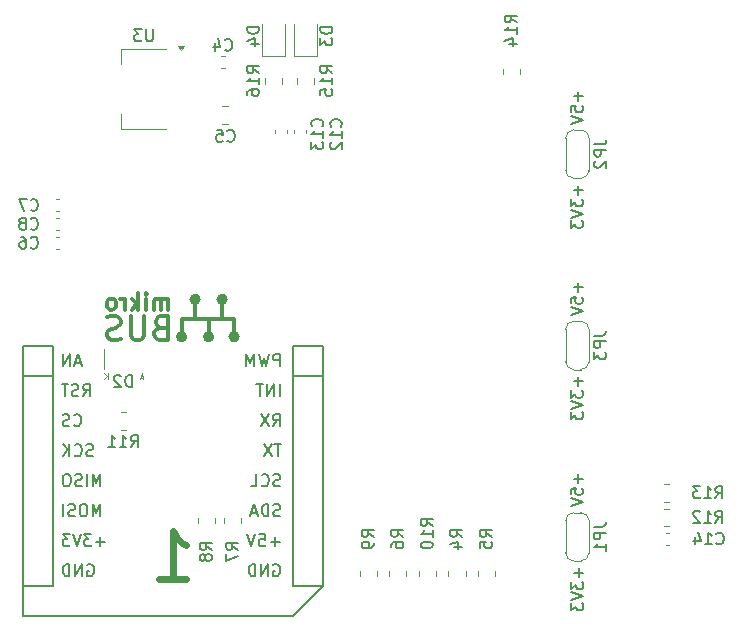
<source format=gbr>
%TF.GenerationSoftware,KiCad,Pcbnew,9.0.4*%
%TF.CreationDate,2025-09-01T15:43:59+02:00*%
%TF.ProjectId,Cours_Univ_2025_v1,436f7572-735f-4556-9e69-765f32303235,rev?*%
%TF.SameCoordinates,PX2faf080PY632ea00*%
%TF.FileFunction,Legend,Bot*%
%TF.FilePolarity,Positive*%
%FSLAX46Y46*%
G04 Gerber Fmt 4.6, Leading zero omitted, Abs format (unit mm)*
G04 Created by KiCad (PCBNEW 9.0.4) date 2025-09-01 15:43:59*
%MOMM*%
%LPD*%
G01*
G04 APERTURE LIST*
%ADD10C,0.200000*%
%ADD11C,0.125000*%
%ADD12C,0.300000*%
%ADD13C,0.600000*%
%ADD14C,0.120000*%
%ADD15C,0.304800*%
%ADD16C,0.508000*%
G04 APERTURE END LIST*
D10*
X11988094Y21797781D02*
X11988094Y22797781D01*
X11988094Y22797781D02*
X11749999Y22797781D01*
X11749999Y22797781D02*
X11607142Y22750162D01*
X11607142Y22750162D02*
X11511904Y22654924D01*
X11511904Y22654924D02*
X11464285Y22559686D01*
X11464285Y22559686D02*
X11416666Y22369210D01*
X11416666Y22369210D02*
X11416666Y22226353D01*
X11416666Y22226353D02*
X11464285Y22035877D01*
X11464285Y22035877D02*
X11511904Y21940639D01*
X11511904Y21940639D02*
X11607142Y21845400D01*
X11607142Y21845400D02*
X11749999Y21797781D01*
X11749999Y21797781D02*
X11988094Y21797781D01*
X11035713Y22702543D02*
X10988094Y22750162D01*
X10988094Y22750162D02*
X10892856Y22797781D01*
X10892856Y22797781D02*
X10654761Y22797781D01*
X10654761Y22797781D02*
X10559523Y22750162D01*
X10559523Y22750162D02*
X10511904Y22702543D01*
X10511904Y22702543D02*
X10464285Y22607305D01*
X10464285Y22607305D02*
X10464285Y22512067D01*
X10464285Y22512067D02*
X10511904Y22369210D01*
X10511904Y22369210D02*
X11083332Y21797781D01*
X11083332Y21797781D02*
X10464285Y21797781D01*
D11*
X12919046Y22568048D02*
X12680951Y22568048D01*
X12966665Y22425191D02*
X12799999Y22925191D01*
X12799999Y22925191D02*
X12633332Y22425191D01*
X9930952Y22425191D02*
X9930952Y22925191D01*
X9645238Y22425191D02*
X9859523Y22710905D01*
X9645238Y22925191D02*
X9930952Y22639477D01*
D10*
X51102219Y9933334D02*
X51816504Y9933334D01*
X51816504Y9933334D02*
X51959361Y9980953D01*
X51959361Y9980953D02*
X52054600Y10076191D01*
X52054600Y10076191D02*
X52102219Y10219048D01*
X52102219Y10219048D02*
X52102219Y10314286D01*
X52102219Y9457143D02*
X51102219Y9457143D01*
X51102219Y9457143D02*
X51102219Y9076191D01*
X51102219Y9076191D02*
X51149838Y8980953D01*
X51149838Y8980953D02*
X51197457Y8933334D01*
X51197457Y8933334D02*
X51292695Y8885715D01*
X51292695Y8885715D02*
X51435552Y8885715D01*
X51435552Y8885715D02*
X51530790Y8933334D01*
X51530790Y8933334D02*
X51578409Y8980953D01*
X51578409Y8980953D02*
X51626028Y9076191D01*
X51626028Y9076191D02*
X51626028Y9457143D01*
X52102219Y7933334D02*
X52102219Y8504762D01*
X52102219Y8219048D02*
X51102219Y8219048D01*
X51102219Y8219048D02*
X51245076Y8314286D01*
X51245076Y8314286D02*
X51340314Y8409524D01*
X51340314Y8409524D02*
X51387933Y8504762D01*
X49821266Y6430327D02*
X49821266Y5668422D01*
X50202219Y6049375D02*
X49440314Y6049375D01*
X49202219Y5287470D02*
X49202219Y4668423D01*
X49202219Y4668423D02*
X49583171Y5001756D01*
X49583171Y5001756D02*
X49583171Y4858899D01*
X49583171Y4858899D02*
X49630790Y4763661D01*
X49630790Y4763661D02*
X49678409Y4716042D01*
X49678409Y4716042D02*
X49773647Y4668423D01*
X49773647Y4668423D02*
X50011742Y4668423D01*
X50011742Y4668423D02*
X50106980Y4716042D01*
X50106980Y4716042D02*
X50154600Y4763661D01*
X50154600Y4763661D02*
X50202219Y4858899D01*
X50202219Y4858899D02*
X50202219Y5144613D01*
X50202219Y5144613D02*
X50154600Y5239851D01*
X50154600Y5239851D02*
X50106980Y5287470D01*
X49202219Y4382708D02*
X50202219Y4049375D01*
X50202219Y4049375D02*
X49202219Y3716042D01*
X49202219Y3477946D02*
X49202219Y2858899D01*
X49202219Y2858899D02*
X49583171Y3192232D01*
X49583171Y3192232D02*
X49583171Y3049375D01*
X49583171Y3049375D02*
X49630790Y2954137D01*
X49630790Y2954137D02*
X49678409Y2906518D01*
X49678409Y2906518D02*
X49773647Y2858899D01*
X49773647Y2858899D02*
X50011742Y2858899D01*
X50011742Y2858899D02*
X50106980Y2906518D01*
X50106980Y2906518D02*
X50154600Y2954137D01*
X50154600Y2954137D02*
X50202219Y3049375D01*
X50202219Y3049375D02*
X50202219Y3335089D01*
X50202219Y3335089D02*
X50154600Y3430327D01*
X50154600Y3430327D02*
X50106980Y3477946D01*
X49771266Y14391102D02*
X49771266Y13629197D01*
X50152219Y14010150D02*
X49390314Y14010150D01*
X49152219Y12676817D02*
X49152219Y13153007D01*
X49152219Y13153007D02*
X49628409Y13200626D01*
X49628409Y13200626D02*
X49580790Y13153007D01*
X49580790Y13153007D02*
X49533171Y13057769D01*
X49533171Y13057769D02*
X49533171Y12819674D01*
X49533171Y12819674D02*
X49580790Y12724436D01*
X49580790Y12724436D02*
X49628409Y12676817D01*
X49628409Y12676817D02*
X49723647Y12629198D01*
X49723647Y12629198D02*
X49961742Y12629198D01*
X49961742Y12629198D02*
X50056980Y12676817D01*
X50056980Y12676817D02*
X50104600Y12724436D01*
X50104600Y12724436D02*
X50152219Y12819674D01*
X50152219Y12819674D02*
X50152219Y13057769D01*
X50152219Y13057769D02*
X50104600Y13153007D01*
X50104600Y13153007D02*
X50056980Y13200626D01*
X49152219Y12343483D02*
X50152219Y12010150D01*
X50152219Y12010150D02*
X49152219Y11676817D01*
X51152219Y42333334D02*
X51866504Y42333334D01*
X51866504Y42333334D02*
X52009361Y42380953D01*
X52009361Y42380953D02*
X52104600Y42476191D01*
X52104600Y42476191D02*
X52152219Y42619048D01*
X52152219Y42619048D02*
X52152219Y42714286D01*
X52152219Y41857143D02*
X51152219Y41857143D01*
X51152219Y41857143D02*
X51152219Y41476191D01*
X51152219Y41476191D02*
X51199838Y41380953D01*
X51199838Y41380953D02*
X51247457Y41333334D01*
X51247457Y41333334D02*
X51342695Y41285715D01*
X51342695Y41285715D02*
X51485552Y41285715D01*
X51485552Y41285715D02*
X51580790Y41333334D01*
X51580790Y41333334D02*
X51628409Y41380953D01*
X51628409Y41380953D02*
X51676028Y41476191D01*
X51676028Y41476191D02*
X51676028Y41857143D01*
X51247457Y40904762D02*
X51199838Y40857143D01*
X51199838Y40857143D02*
X51152219Y40761905D01*
X51152219Y40761905D02*
X51152219Y40523810D01*
X51152219Y40523810D02*
X51199838Y40428572D01*
X51199838Y40428572D02*
X51247457Y40380953D01*
X51247457Y40380953D02*
X51342695Y40333334D01*
X51342695Y40333334D02*
X51437933Y40333334D01*
X51437933Y40333334D02*
X51580790Y40380953D01*
X51580790Y40380953D02*
X52152219Y40952381D01*
X52152219Y40952381D02*
X52152219Y40333334D01*
X49771266Y46791102D02*
X49771266Y46029197D01*
X50152219Y46410150D02*
X49390314Y46410150D01*
X49152219Y45076817D02*
X49152219Y45553007D01*
X49152219Y45553007D02*
X49628409Y45600626D01*
X49628409Y45600626D02*
X49580790Y45553007D01*
X49580790Y45553007D02*
X49533171Y45457769D01*
X49533171Y45457769D02*
X49533171Y45219674D01*
X49533171Y45219674D02*
X49580790Y45124436D01*
X49580790Y45124436D02*
X49628409Y45076817D01*
X49628409Y45076817D02*
X49723647Y45029198D01*
X49723647Y45029198D02*
X49961742Y45029198D01*
X49961742Y45029198D02*
X50056980Y45076817D01*
X50056980Y45076817D02*
X50104600Y45124436D01*
X50104600Y45124436D02*
X50152219Y45219674D01*
X50152219Y45219674D02*
X50152219Y45457769D01*
X50152219Y45457769D02*
X50104600Y45553007D01*
X50104600Y45553007D02*
X50056980Y45600626D01*
X49152219Y44743483D02*
X50152219Y44410150D01*
X50152219Y44410150D02*
X49152219Y44076817D01*
X49771266Y38830327D02*
X49771266Y38068422D01*
X50152219Y38449375D02*
X49390314Y38449375D01*
X49152219Y37687470D02*
X49152219Y37068423D01*
X49152219Y37068423D02*
X49533171Y37401756D01*
X49533171Y37401756D02*
X49533171Y37258899D01*
X49533171Y37258899D02*
X49580790Y37163661D01*
X49580790Y37163661D02*
X49628409Y37116042D01*
X49628409Y37116042D02*
X49723647Y37068423D01*
X49723647Y37068423D02*
X49961742Y37068423D01*
X49961742Y37068423D02*
X50056980Y37116042D01*
X50056980Y37116042D02*
X50104600Y37163661D01*
X50104600Y37163661D02*
X50152219Y37258899D01*
X50152219Y37258899D02*
X50152219Y37544613D01*
X50152219Y37544613D02*
X50104600Y37639851D01*
X50104600Y37639851D02*
X50056980Y37687470D01*
X49152219Y36782708D02*
X50152219Y36449375D01*
X50152219Y36449375D02*
X49152219Y36116042D01*
X49152219Y35877946D02*
X49152219Y35258899D01*
X49152219Y35258899D02*
X49533171Y35592232D01*
X49533171Y35592232D02*
X49533171Y35449375D01*
X49533171Y35449375D02*
X49580790Y35354137D01*
X49580790Y35354137D02*
X49628409Y35306518D01*
X49628409Y35306518D02*
X49723647Y35258899D01*
X49723647Y35258899D02*
X49961742Y35258899D01*
X49961742Y35258899D02*
X50056980Y35306518D01*
X50056980Y35306518D02*
X50104600Y35354137D01*
X50104600Y35354137D02*
X50152219Y35449375D01*
X50152219Y35449375D02*
X50152219Y35735089D01*
X50152219Y35735089D02*
X50104600Y35830327D01*
X50104600Y35830327D02*
X50056980Y35877946D01*
X51102219Y26133334D02*
X51816504Y26133334D01*
X51816504Y26133334D02*
X51959361Y26180953D01*
X51959361Y26180953D02*
X52054600Y26276191D01*
X52054600Y26276191D02*
X52102219Y26419048D01*
X52102219Y26419048D02*
X52102219Y26514286D01*
X52102219Y25657143D02*
X51102219Y25657143D01*
X51102219Y25657143D02*
X51102219Y25276191D01*
X51102219Y25276191D02*
X51149838Y25180953D01*
X51149838Y25180953D02*
X51197457Y25133334D01*
X51197457Y25133334D02*
X51292695Y25085715D01*
X51292695Y25085715D02*
X51435552Y25085715D01*
X51435552Y25085715D02*
X51530790Y25133334D01*
X51530790Y25133334D02*
X51578409Y25180953D01*
X51578409Y25180953D02*
X51626028Y25276191D01*
X51626028Y25276191D02*
X51626028Y25657143D01*
X51102219Y24752381D02*
X51102219Y24133334D01*
X51102219Y24133334D02*
X51483171Y24466667D01*
X51483171Y24466667D02*
X51483171Y24323810D01*
X51483171Y24323810D02*
X51530790Y24228572D01*
X51530790Y24228572D02*
X51578409Y24180953D01*
X51578409Y24180953D02*
X51673647Y24133334D01*
X51673647Y24133334D02*
X51911742Y24133334D01*
X51911742Y24133334D02*
X52006980Y24180953D01*
X52006980Y24180953D02*
X52054600Y24228572D01*
X52054600Y24228572D02*
X52102219Y24323810D01*
X52102219Y24323810D02*
X52102219Y24609524D01*
X52102219Y24609524D02*
X52054600Y24704762D01*
X52054600Y24704762D02*
X52006980Y24752381D01*
X49771266Y30591102D02*
X49771266Y29829197D01*
X50152219Y30210150D02*
X49390314Y30210150D01*
X49152219Y28876817D02*
X49152219Y29353007D01*
X49152219Y29353007D02*
X49628409Y29400626D01*
X49628409Y29400626D02*
X49580790Y29353007D01*
X49580790Y29353007D02*
X49533171Y29257769D01*
X49533171Y29257769D02*
X49533171Y29019674D01*
X49533171Y29019674D02*
X49580790Y28924436D01*
X49580790Y28924436D02*
X49628409Y28876817D01*
X49628409Y28876817D02*
X49723647Y28829198D01*
X49723647Y28829198D02*
X49961742Y28829198D01*
X49961742Y28829198D02*
X50056980Y28876817D01*
X50056980Y28876817D02*
X50104600Y28924436D01*
X50104600Y28924436D02*
X50152219Y29019674D01*
X50152219Y29019674D02*
X50152219Y29257769D01*
X50152219Y29257769D02*
X50104600Y29353007D01*
X50104600Y29353007D02*
X50056980Y29400626D01*
X49152219Y28543483D02*
X50152219Y28210150D01*
X50152219Y28210150D02*
X49152219Y27876817D01*
X49771266Y22630327D02*
X49771266Y21868422D01*
X50152219Y22249375D02*
X49390314Y22249375D01*
X49152219Y21487470D02*
X49152219Y20868423D01*
X49152219Y20868423D02*
X49533171Y21201756D01*
X49533171Y21201756D02*
X49533171Y21058899D01*
X49533171Y21058899D02*
X49580790Y20963661D01*
X49580790Y20963661D02*
X49628409Y20916042D01*
X49628409Y20916042D02*
X49723647Y20868423D01*
X49723647Y20868423D02*
X49961742Y20868423D01*
X49961742Y20868423D02*
X50056980Y20916042D01*
X50056980Y20916042D02*
X50104600Y20963661D01*
X50104600Y20963661D02*
X50152219Y21058899D01*
X50152219Y21058899D02*
X50152219Y21344613D01*
X50152219Y21344613D02*
X50104600Y21439851D01*
X50104600Y21439851D02*
X50056980Y21487470D01*
X49152219Y20582708D02*
X50152219Y20249375D01*
X50152219Y20249375D02*
X49152219Y19916042D01*
X49152219Y19677946D02*
X49152219Y19058899D01*
X49152219Y19058899D02*
X49533171Y19392232D01*
X49533171Y19392232D02*
X49533171Y19249375D01*
X49533171Y19249375D02*
X49580790Y19154137D01*
X49580790Y19154137D02*
X49628409Y19106518D01*
X49628409Y19106518D02*
X49723647Y19058899D01*
X49723647Y19058899D02*
X49961742Y19058899D01*
X49961742Y19058899D02*
X50056980Y19106518D01*
X50056980Y19106518D02*
X50104600Y19154137D01*
X50104600Y19154137D02*
X50152219Y19249375D01*
X50152219Y19249375D02*
X50152219Y19535089D01*
X50152219Y19535089D02*
X50104600Y19630327D01*
X50104600Y19630327D02*
X50056980Y19677946D01*
X7084435Y18563020D02*
X7132054Y18515400D01*
X7132054Y18515400D02*
X7274911Y18467781D01*
X7274911Y18467781D02*
X7370149Y18467781D01*
X7370149Y18467781D02*
X7513006Y18515400D01*
X7513006Y18515400D02*
X7608244Y18610639D01*
X7608244Y18610639D02*
X7655863Y18705877D01*
X7655863Y18705877D02*
X7703482Y18896353D01*
X7703482Y18896353D02*
X7703482Y19039210D01*
X7703482Y19039210D02*
X7655863Y19229686D01*
X7655863Y19229686D02*
X7608244Y19324924D01*
X7608244Y19324924D02*
X7513006Y19420162D01*
X7513006Y19420162D02*
X7370149Y19467781D01*
X7370149Y19467781D02*
X7274911Y19467781D01*
X7274911Y19467781D02*
X7132054Y19420162D01*
X7132054Y19420162D02*
X7084435Y19372543D01*
X6703482Y18515400D02*
X6560625Y18467781D01*
X6560625Y18467781D02*
X6322530Y18467781D01*
X6322530Y18467781D02*
X6227292Y18515400D01*
X6227292Y18515400D02*
X6179673Y18563020D01*
X6179673Y18563020D02*
X6132054Y18658258D01*
X6132054Y18658258D02*
X6132054Y18753496D01*
X6132054Y18753496D02*
X6179673Y18848734D01*
X6179673Y18848734D02*
X6227292Y18896353D01*
X6227292Y18896353D02*
X6322530Y18943972D01*
X6322530Y18943972D02*
X6513006Y18991591D01*
X6513006Y18991591D02*
X6608244Y19039210D01*
X6608244Y19039210D02*
X6655863Y19086829D01*
X6655863Y19086829D02*
X6703482Y19182067D01*
X6703482Y19182067D02*
X6703482Y19277305D01*
X6703482Y19277305D02*
X6655863Y19372543D01*
X6655863Y19372543D02*
X6608244Y19420162D01*
X6608244Y19420162D02*
X6513006Y19467781D01*
X6513006Y19467781D02*
X6274911Y19467781D01*
X6274911Y19467781D02*
X6132054Y19420162D01*
X24533945Y10895400D02*
X24391088Y10847781D01*
X24391088Y10847781D02*
X24152993Y10847781D01*
X24152993Y10847781D02*
X24057755Y10895400D01*
X24057755Y10895400D02*
X24010136Y10943020D01*
X24010136Y10943020D02*
X23962517Y11038258D01*
X23962517Y11038258D02*
X23962517Y11133496D01*
X23962517Y11133496D02*
X24010136Y11228734D01*
X24010136Y11228734D02*
X24057755Y11276353D01*
X24057755Y11276353D02*
X24152993Y11323972D01*
X24152993Y11323972D02*
X24343469Y11371591D01*
X24343469Y11371591D02*
X24438707Y11419210D01*
X24438707Y11419210D02*
X24486326Y11466829D01*
X24486326Y11466829D02*
X24533945Y11562067D01*
X24533945Y11562067D02*
X24533945Y11657305D01*
X24533945Y11657305D02*
X24486326Y11752543D01*
X24486326Y11752543D02*
X24438707Y11800162D01*
X24438707Y11800162D02*
X24343469Y11847781D01*
X24343469Y11847781D02*
X24105374Y11847781D01*
X24105374Y11847781D02*
X23962517Y11800162D01*
X23533945Y10847781D02*
X23533945Y11847781D01*
X23533945Y11847781D02*
X23295850Y11847781D01*
X23295850Y11847781D02*
X23152993Y11800162D01*
X23152993Y11800162D02*
X23057755Y11704924D01*
X23057755Y11704924D02*
X23010136Y11609686D01*
X23010136Y11609686D02*
X22962517Y11419210D01*
X22962517Y11419210D02*
X22962517Y11276353D01*
X22962517Y11276353D02*
X23010136Y11085877D01*
X23010136Y11085877D02*
X23057755Y10990639D01*
X23057755Y10990639D02*
X23152993Y10895400D01*
X23152993Y10895400D02*
X23295850Y10847781D01*
X23295850Y10847781D02*
X23533945Y10847781D01*
X22581564Y11133496D02*
X22105374Y11133496D01*
X22676802Y10847781D02*
X22343469Y11847781D01*
X22343469Y11847781D02*
X22010136Y10847781D01*
X24486326Y21007781D02*
X24486326Y22007781D01*
X24010136Y21007781D02*
X24010136Y22007781D01*
X24010136Y22007781D02*
X23438708Y21007781D01*
X23438708Y21007781D02*
X23438708Y22007781D01*
X23105374Y22007781D02*
X22533946Y22007781D01*
X22819660Y21007781D02*
X22819660Y22007781D01*
X9703482Y8688734D02*
X8941578Y8688734D01*
X9322530Y8307781D02*
X9322530Y9069686D01*
X8560625Y9307781D02*
X7941578Y9307781D01*
X7941578Y9307781D02*
X8274911Y8926829D01*
X8274911Y8926829D02*
X8132054Y8926829D01*
X8132054Y8926829D02*
X8036816Y8879210D01*
X8036816Y8879210D02*
X7989197Y8831591D01*
X7989197Y8831591D02*
X7941578Y8736353D01*
X7941578Y8736353D02*
X7941578Y8498258D01*
X7941578Y8498258D02*
X7989197Y8403020D01*
X7989197Y8403020D02*
X8036816Y8355400D01*
X8036816Y8355400D02*
X8132054Y8307781D01*
X8132054Y8307781D02*
X8417768Y8307781D01*
X8417768Y8307781D02*
X8513006Y8355400D01*
X8513006Y8355400D02*
X8560625Y8403020D01*
X7655863Y9307781D02*
X7322530Y8307781D01*
X7322530Y8307781D02*
X6989197Y9307781D01*
X6751101Y9307781D02*
X6132054Y9307781D01*
X6132054Y9307781D02*
X6465387Y8926829D01*
X6465387Y8926829D02*
X6322530Y8926829D01*
X6322530Y8926829D02*
X6227292Y8879210D01*
X6227292Y8879210D02*
X6179673Y8831591D01*
X6179673Y8831591D02*
X6132054Y8736353D01*
X6132054Y8736353D02*
X6132054Y8498258D01*
X6132054Y8498258D02*
X6179673Y8403020D01*
X6179673Y8403020D02*
X6227292Y8355400D01*
X6227292Y8355400D02*
X6322530Y8307781D01*
X6322530Y8307781D02*
X6608244Y8307781D01*
X6608244Y8307781D02*
X6703482Y8355400D01*
X6703482Y8355400D02*
X6751101Y8403020D01*
X24486326Y8688734D02*
X23724422Y8688734D01*
X24105374Y8307781D02*
X24105374Y9069686D01*
X22772041Y9307781D02*
X23248231Y9307781D01*
X23248231Y9307781D02*
X23295850Y8831591D01*
X23295850Y8831591D02*
X23248231Y8879210D01*
X23248231Y8879210D02*
X23152993Y8926829D01*
X23152993Y8926829D02*
X22914898Y8926829D01*
X22914898Y8926829D02*
X22819660Y8879210D01*
X22819660Y8879210D02*
X22772041Y8831591D01*
X22772041Y8831591D02*
X22724422Y8736353D01*
X22724422Y8736353D02*
X22724422Y8498258D01*
X22724422Y8498258D02*
X22772041Y8403020D01*
X22772041Y8403020D02*
X22819660Y8355400D01*
X22819660Y8355400D02*
X22914898Y8307781D01*
X22914898Y8307781D02*
X23152993Y8307781D01*
X23152993Y8307781D02*
X23248231Y8355400D01*
X23248231Y8355400D02*
X23295850Y8403020D01*
X22438707Y9307781D02*
X22105374Y8307781D01*
X22105374Y8307781D02*
X21772041Y9307781D01*
X23914898Y18467781D02*
X24248231Y18943972D01*
X24486326Y18467781D02*
X24486326Y19467781D01*
X24486326Y19467781D02*
X24105374Y19467781D01*
X24105374Y19467781D02*
X24010136Y19420162D01*
X24010136Y19420162D02*
X23962517Y19372543D01*
X23962517Y19372543D02*
X23914898Y19277305D01*
X23914898Y19277305D02*
X23914898Y19134448D01*
X23914898Y19134448D02*
X23962517Y19039210D01*
X23962517Y19039210D02*
X24010136Y18991591D01*
X24010136Y18991591D02*
X24105374Y18943972D01*
X24105374Y18943972D02*
X24486326Y18943972D01*
X23581564Y19467781D02*
X22914898Y18467781D01*
X22914898Y19467781D02*
X23581564Y18467781D01*
X23962517Y6720162D02*
X24057755Y6767781D01*
X24057755Y6767781D02*
X24200612Y6767781D01*
X24200612Y6767781D02*
X24343469Y6720162D01*
X24343469Y6720162D02*
X24438707Y6624924D01*
X24438707Y6624924D02*
X24486326Y6529686D01*
X24486326Y6529686D02*
X24533945Y6339210D01*
X24533945Y6339210D02*
X24533945Y6196353D01*
X24533945Y6196353D02*
X24486326Y6005877D01*
X24486326Y6005877D02*
X24438707Y5910639D01*
X24438707Y5910639D02*
X24343469Y5815400D01*
X24343469Y5815400D02*
X24200612Y5767781D01*
X24200612Y5767781D02*
X24105374Y5767781D01*
X24105374Y5767781D02*
X23962517Y5815400D01*
X23962517Y5815400D02*
X23914898Y5863020D01*
X23914898Y5863020D02*
X23914898Y6196353D01*
X23914898Y6196353D02*
X24105374Y6196353D01*
X23486326Y5767781D02*
X23486326Y6767781D01*
X23486326Y6767781D02*
X22914898Y5767781D01*
X22914898Y5767781D02*
X22914898Y6767781D01*
X22438707Y5767781D02*
X22438707Y6767781D01*
X22438707Y6767781D02*
X22200612Y6767781D01*
X22200612Y6767781D02*
X22057755Y6720162D01*
X22057755Y6720162D02*
X21962517Y6624924D01*
X21962517Y6624924D02*
X21914898Y6529686D01*
X21914898Y6529686D02*
X21867279Y6339210D01*
X21867279Y6339210D02*
X21867279Y6196353D01*
X21867279Y6196353D02*
X21914898Y6005877D01*
X21914898Y6005877D02*
X21962517Y5910639D01*
X21962517Y5910639D02*
X22057755Y5815400D01*
X22057755Y5815400D02*
X22200612Y5767781D01*
X22200612Y5767781D02*
X22438707Y5767781D01*
X24533945Y13435400D02*
X24391088Y13387781D01*
X24391088Y13387781D02*
X24152993Y13387781D01*
X24152993Y13387781D02*
X24057755Y13435400D01*
X24057755Y13435400D02*
X24010136Y13483020D01*
X24010136Y13483020D02*
X23962517Y13578258D01*
X23962517Y13578258D02*
X23962517Y13673496D01*
X23962517Y13673496D02*
X24010136Y13768734D01*
X24010136Y13768734D02*
X24057755Y13816353D01*
X24057755Y13816353D02*
X24152993Y13863972D01*
X24152993Y13863972D02*
X24343469Y13911591D01*
X24343469Y13911591D02*
X24438707Y13959210D01*
X24438707Y13959210D02*
X24486326Y14006829D01*
X24486326Y14006829D02*
X24533945Y14102067D01*
X24533945Y14102067D02*
X24533945Y14197305D01*
X24533945Y14197305D02*
X24486326Y14292543D01*
X24486326Y14292543D02*
X24438707Y14340162D01*
X24438707Y14340162D02*
X24343469Y14387781D01*
X24343469Y14387781D02*
X24105374Y14387781D01*
X24105374Y14387781D02*
X23962517Y14340162D01*
X22962517Y13483020D02*
X23010136Y13435400D01*
X23010136Y13435400D02*
X23152993Y13387781D01*
X23152993Y13387781D02*
X23248231Y13387781D01*
X23248231Y13387781D02*
X23391088Y13435400D01*
X23391088Y13435400D02*
X23486326Y13530639D01*
X23486326Y13530639D02*
X23533945Y13625877D01*
X23533945Y13625877D02*
X23581564Y13816353D01*
X23581564Y13816353D02*
X23581564Y13959210D01*
X23581564Y13959210D02*
X23533945Y14149686D01*
X23533945Y14149686D02*
X23486326Y14244924D01*
X23486326Y14244924D02*
X23391088Y14340162D01*
X23391088Y14340162D02*
X23248231Y14387781D01*
X23248231Y14387781D02*
X23152993Y14387781D01*
X23152993Y14387781D02*
X23010136Y14340162D01*
X23010136Y14340162D02*
X22962517Y14292543D01*
X22057755Y13387781D02*
X22533945Y13387781D01*
X22533945Y13387781D02*
X22533945Y14387781D01*
X24629183Y16927781D02*
X24057755Y16927781D01*
X24343469Y15927781D02*
X24343469Y16927781D01*
X23819659Y16927781D02*
X23152993Y15927781D01*
X23152993Y16927781D02*
X23819659Y15927781D01*
X24486326Y23547781D02*
X24486326Y24547781D01*
X24486326Y24547781D02*
X24105374Y24547781D01*
X24105374Y24547781D02*
X24010136Y24500162D01*
X24010136Y24500162D02*
X23962517Y24452543D01*
X23962517Y24452543D02*
X23914898Y24357305D01*
X23914898Y24357305D02*
X23914898Y24214448D01*
X23914898Y24214448D02*
X23962517Y24119210D01*
X23962517Y24119210D02*
X24010136Y24071591D01*
X24010136Y24071591D02*
X24105374Y24023972D01*
X24105374Y24023972D02*
X24486326Y24023972D01*
X23581564Y24547781D02*
X23343469Y23547781D01*
X23343469Y23547781D02*
X23152993Y24262067D01*
X23152993Y24262067D02*
X22962517Y23547781D01*
X22962517Y23547781D02*
X22724422Y24547781D01*
X22343469Y23547781D02*
X22343469Y24547781D01*
X22343469Y24547781D02*
X22010136Y23833496D01*
X22010136Y23833496D02*
X21676803Y24547781D01*
X21676803Y24547781D02*
X21676803Y23547781D01*
D12*
X15075666Y28320934D02*
X15075666Y29254267D01*
X15075666Y29120934D02*
X15009000Y29187600D01*
X15009000Y29187600D02*
X14875666Y29254267D01*
X14875666Y29254267D02*
X14675666Y29254267D01*
X14675666Y29254267D02*
X14542333Y29187600D01*
X14542333Y29187600D02*
X14475666Y29054267D01*
X14475666Y29054267D02*
X14475666Y28320934D01*
X14475666Y29054267D02*
X14409000Y29187600D01*
X14409000Y29187600D02*
X14275666Y29254267D01*
X14275666Y29254267D02*
X14075666Y29254267D01*
X14075666Y29254267D02*
X13942333Y29187600D01*
X13942333Y29187600D02*
X13875666Y29054267D01*
X13875666Y29054267D02*
X13875666Y28320934D01*
X13208999Y28320934D02*
X13208999Y29254267D01*
X13208999Y29720934D02*
X13275666Y29654267D01*
X13275666Y29654267D02*
X13208999Y29587600D01*
X13208999Y29587600D02*
X13142333Y29654267D01*
X13142333Y29654267D02*
X13208999Y29720934D01*
X13208999Y29720934D02*
X13208999Y29587600D01*
X12542332Y28320934D02*
X12542332Y29720934D01*
X12408999Y28854267D02*
X12008999Y28320934D01*
X12008999Y29254267D02*
X12542332Y28720934D01*
X11408999Y28320934D02*
X11408999Y29254267D01*
X11408999Y28987600D02*
X11342333Y29120934D01*
X11342333Y29120934D02*
X11275666Y29187600D01*
X11275666Y29187600D02*
X11142333Y29254267D01*
X11142333Y29254267D02*
X11008999Y29254267D01*
X10342332Y28320934D02*
X10475666Y28387600D01*
X10475666Y28387600D02*
X10542332Y28454267D01*
X10542332Y28454267D02*
X10608999Y28587600D01*
X10608999Y28587600D02*
X10608999Y28987600D01*
X10608999Y28987600D02*
X10542332Y29120934D01*
X10542332Y29120934D02*
X10475666Y29187600D01*
X10475666Y29187600D02*
X10342332Y29254267D01*
X10342332Y29254267D02*
X10142332Y29254267D01*
X10142332Y29254267D02*
X10008999Y29187600D01*
X10008999Y29187600D02*
X9942332Y29120934D01*
X9942332Y29120934D02*
X9875666Y28987600D01*
X9875666Y28987600D02*
X9875666Y28587600D01*
X9875666Y28587600D02*
X9942332Y28454267D01*
X9942332Y28454267D02*
X10008999Y28387600D01*
X10008999Y28387600D02*
X10142332Y28320934D01*
X10142332Y28320934D02*
X10342332Y28320934D01*
X14366142Y26804981D02*
X14080428Y26709743D01*
X14080428Y26709743D02*
X13985190Y26614505D01*
X13985190Y26614505D02*
X13889952Y26424029D01*
X13889952Y26424029D02*
X13889952Y26138315D01*
X13889952Y26138315D02*
X13985190Y25947839D01*
X13985190Y25947839D02*
X14080428Y25852600D01*
X14080428Y25852600D02*
X14270904Y25757362D01*
X14270904Y25757362D02*
X15032809Y25757362D01*
X15032809Y25757362D02*
X15032809Y27757362D01*
X15032809Y27757362D02*
X14366142Y27757362D01*
X14366142Y27757362D02*
X14175666Y27662124D01*
X14175666Y27662124D02*
X14080428Y27566886D01*
X14080428Y27566886D02*
X13985190Y27376410D01*
X13985190Y27376410D02*
X13985190Y27185934D01*
X13985190Y27185934D02*
X14080428Y26995458D01*
X14080428Y26995458D02*
X14175666Y26900220D01*
X14175666Y26900220D02*
X14366142Y26804981D01*
X14366142Y26804981D02*
X15032809Y26804981D01*
X13032809Y27757362D02*
X13032809Y26138315D01*
X13032809Y26138315D02*
X12937571Y25947839D01*
X12937571Y25947839D02*
X12842333Y25852600D01*
X12842333Y25852600D02*
X12651857Y25757362D01*
X12651857Y25757362D02*
X12270904Y25757362D01*
X12270904Y25757362D02*
X12080428Y25852600D01*
X12080428Y25852600D02*
X11985190Y25947839D01*
X11985190Y25947839D02*
X11889952Y26138315D01*
X11889952Y26138315D02*
X11889952Y27757362D01*
X11032809Y25852600D02*
X10747095Y25757362D01*
X10747095Y25757362D02*
X10270904Y25757362D01*
X10270904Y25757362D02*
X10080428Y25852600D01*
X10080428Y25852600D02*
X9985190Y25947839D01*
X9985190Y25947839D02*
X9889952Y26138315D01*
X9889952Y26138315D02*
X9889952Y26328791D01*
X9889952Y26328791D02*
X9985190Y26519267D01*
X9985190Y26519267D02*
X10080428Y26614505D01*
X10080428Y26614505D02*
X10270904Y26709743D01*
X10270904Y26709743D02*
X10651857Y26804981D01*
X10651857Y26804981D02*
X10842333Y26900220D01*
X10842333Y26900220D02*
X10937571Y26995458D01*
X10937571Y26995458D02*
X11032809Y27185934D01*
X11032809Y27185934D02*
X11032809Y27376410D01*
X11032809Y27376410D02*
X10937571Y27566886D01*
X10937571Y27566886D02*
X10842333Y27662124D01*
X10842333Y27662124D02*
X10651857Y27757362D01*
X10651857Y27757362D02*
X10175666Y27757362D01*
X10175666Y27757362D02*
X9889952Y27662124D01*
D13*
X14287142Y5543724D02*
X16572857Y5543724D01*
X15430000Y5543724D02*
X15430000Y9543724D01*
X15430000Y9543724D02*
X15810952Y8972296D01*
X15810952Y8972296D02*
X16191904Y8591343D01*
X16191904Y8591343D02*
X16572857Y8400867D01*
D10*
X9322529Y13387781D02*
X9322529Y14387781D01*
X9322529Y14387781D02*
X8989196Y13673496D01*
X8989196Y13673496D02*
X8655863Y14387781D01*
X8655863Y14387781D02*
X8655863Y13387781D01*
X8179672Y13387781D02*
X8179672Y14387781D01*
X7751101Y13435400D02*
X7608244Y13387781D01*
X7608244Y13387781D02*
X7370149Y13387781D01*
X7370149Y13387781D02*
X7274911Y13435400D01*
X7274911Y13435400D02*
X7227292Y13483020D01*
X7227292Y13483020D02*
X7179673Y13578258D01*
X7179673Y13578258D02*
X7179673Y13673496D01*
X7179673Y13673496D02*
X7227292Y13768734D01*
X7227292Y13768734D02*
X7274911Y13816353D01*
X7274911Y13816353D02*
X7370149Y13863972D01*
X7370149Y13863972D02*
X7560625Y13911591D01*
X7560625Y13911591D02*
X7655863Y13959210D01*
X7655863Y13959210D02*
X7703482Y14006829D01*
X7703482Y14006829D02*
X7751101Y14102067D01*
X7751101Y14102067D02*
X7751101Y14197305D01*
X7751101Y14197305D02*
X7703482Y14292543D01*
X7703482Y14292543D02*
X7655863Y14340162D01*
X7655863Y14340162D02*
X7560625Y14387781D01*
X7560625Y14387781D02*
X7322530Y14387781D01*
X7322530Y14387781D02*
X7179673Y14340162D01*
X6560625Y14387781D02*
X6370149Y14387781D01*
X6370149Y14387781D02*
X6274911Y14340162D01*
X6274911Y14340162D02*
X6179673Y14244924D01*
X6179673Y14244924D02*
X6132054Y14054448D01*
X6132054Y14054448D02*
X6132054Y13721115D01*
X6132054Y13721115D02*
X6179673Y13530639D01*
X6179673Y13530639D02*
X6274911Y13435400D01*
X6274911Y13435400D02*
X6370149Y13387781D01*
X6370149Y13387781D02*
X6560625Y13387781D01*
X6560625Y13387781D02*
X6655863Y13435400D01*
X6655863Y13435400D02*
X6751101Y13530639D01*
X6751101Y13530639D02*
X6798720Y13721115D01*
X6798720Y13721115D02*
X6798720Y14054448D01*
X6798720Y14054448D02*
X6751101Y14244924D01*
X6751101Y14244924D02*
X6655863Y14340162D01*
X6655863Y14340162D02*
X6560625Y14387781D01*
X7655863Y23833496D02*
X7179673Y23833496D01*
X7751101Y23547781D02*
X7417768Y24547781D01*
X7417768Y24547781D02*
X7084435Y23547781D01*
X6751101Y23547781D02*
X6751101Y24547781D01*
X6751101Y24547781D02*
X6179673Y23547781D01*
X6179673Y23547781D02*
X6179673Y24547781D01*
X8703482Y15975400D02*
X8560625Y15927781D01*
X8560625Y15927781D02*
X8322530Y15927781D01*
X8322530Y15927781D02*
X8227292Y15975400D01*
X8227292Y15975400D02*
X8179673Y16023020D01*
X8179673Y16023020D02*
X8132054Y16118258D01*
X8132054Y16118258D02*
X8132054Y16213496D01*
X8132054Y16213496D02*
X8179673Y16308734D01*
X8179673Y16308734D02*
X8227292Y16356353D01*
X8227292Y16356353D02*
X8322530Y16403972D01*
X8322530Y16403972D02*
X8513006Y16451591D01*
X8513006Y16451591D02*
X8608244Y16499210D01*
X8608244Y16499210D02*
X8655863Y16546829D01*
X8655863Y16546829D02*
X8703482Y16642067D01*
X8703482Y16642067D02*
X8703482Y16737305D01*
X8703482Y16737305D02*
X8655863Y16832543D01*
X8655863Y16832543D02*
X8608244Y16880162D01*
X8608244Y16880162D02*
X8513006Y16927781D01*
X8513006Y16927781D02*
X8274911Y16927781D01*
X8274911Y16927781D02*
X8132054Y16880162D01*
X7132054Y16023020D02*
X7179673Y15975400D01*
X7179673Y15975400D02*
X7322530Y15927781D01*
X7322530Y15927781D02*
X7417768Y15927781D01*
X7417768Y15927781D02*
X7560625Y15975400D01*
X7560625Y15975400D02*
X7655863Y16070639D01*
X7655863Y16070639D02*
X7703482Y16165877D01*
X7703482Y16165877D02*
X7751101Y16356353D01*
X7751101Y16356353D02*
X7751101Y16499210D01*
X7751101Y16499210D02*
X7703482Y16689686D01*
X7703482Y16689686D02*
X7655863Y16784924D01*
X7655863Y16784924D02*
X7560625Y16880162D01*
X7560625Y16880162D02*
X7417768Y16927781D01*
X7417768Y16927781D02*
X7322530Y16927781D01*
X7322530Y16927781D02*
X7179673Y16880162D01*
X7179673Y16880162D02*
X7132054Y16832543D01*
X6703482Y15927781D02*
X6703482Y16927781D01*
X6132054Y15927781D02*
X6560625Y16499210D01*
X6132054Y16927781D02*
X6703482Y16356353D01*
X9322529Y10847781D02*
X9322529Y11847781D01*
X9322529Y11847781D02*
X8989196Y11133496D01*
X8989196Y11133496D02*
X8655863Y11847781D01*
X8655863Y11847781D02*
X8655863Y10847781D01*
X7989196Y11847781D02*
X7798720Y11847781D01*
X7798720Y11847781D02*
X7703482Y11800162D01*
X7703482Y11800162D02*
X7608244Y11704924D01*
X7608244Y11704924D02*
X7560625Y11514448D01*
X7560625Y11514448D02*
X7560625Y11181115D01*
X7560625Y11181115D02*
X7608244Y10990639D01*
X7608244Y10990639D02*
X7703482Y10895400D01*
X7703482Y10895400D02*
X7798720Y10847781D01*
X7798720Y10847781D02*
X7989196Y10847781D01*
X7989196Y10847781D02*
X8084434Y10895400D01*
X8084434Y10895400D02*
X8179672Y10990639D01*
X8179672Y10990639D02*
X8227291Y11181115D01*
X8227291Y11181115D02*
X8227291Y11514448D01*
X8227291Y11514448D02*
X8179672Y11704924D01*
X8179672Y11704924D02*
X8084434Y11800162D01*
X8084434Y11800162D02*
X7989196Y11847781D01*
X7179672Y10895400D02*
X7036815Y10847781D01*
X7036815Y10847781D02*
X6798720Y10847781D01*
X6798720Y10847781D02*
X6703482Y10895400D01*
X6703482Y10895400D02*
X6655863Y10943020D01*
X6655863Y10943020D02*
X6608244Y11038258D01*
X6608244Y11038258D02*
X6608244Y11133496D01*
X6608244Y11133496D02*
X6655863Y11228734D01*
X6655863Y11228734D02*
X6703482Y11276353D01*
X6703482Y11276353D02*
X6798720Y11323972D01*
X6798720Y11323972D02*
X6989196Y11371591D01*
X6989196Y11371591D02*
X7084434Y11419210D01*
X7084434Y11419210D02*
X7132053Y11466829D01*
X7132053Y11466829D02*
X7179672Y11562067D01*
X7179672Y11562067D02*
X7179672Y11657305D01*
X7179672Y11657305D02*
X7132053Y11752543D01*
X7132053Y11752543D02*
X7084434Y11800162D01*
X7084434Y11800162D02*
X6989196Y11847781D01*
X6989196Y11847781D02*
X6751101Y11847781D01*
X6751101Y11847781D02*
X6608244Y11800162D01*
X6179672Y10847781D02*
X6179672Y11847781D01*
X7846340Y21007781D02*
X8179673Y21483972D01*
X8417768Y21007781D02*
X8417768Y22007781D01*
X8417768Y22007781D02*
X8036816Y22007781D01*
X8036816Y22007781D02*
X7941578Y21960162D01*
X7941578Y21960162D02*
X7893959Y21912543D01*
X7893959Y21912543D02*
X7846340Y21817305D01*
X7846340Y21817305D02*
X7846340Y21674448D01*
X7846340Y21674448D02*
X7893959Y21579210D01*
X7893959Y21579210D02*
X7941578Y21531591D01*
X7941578Y21531591D02*
X8036816Y21483972D01*
X8036816Y21483972D02*
X8417768Y21483972D01*
X7465387Y21055400D02*
X7322530Y21007781D01*
X7322530Y21007781D02*
X7084435Y21007781D01*
X7084435Y21007781D02*
X6989197Y21055400D01*
X6989197Y21055400D02*
X6941578Y21103020D01*
X6941578Y21103020D02*
X6893959Y21198258D01*
X6893959Y21198258D02*
X6893959Y21293496D01*
X6893959Y21293496D02*
X6941578Y21388734D01*
X6941578Y21388734D02*
X6989197Y21436353D01*
X6989197Y21436353D02*
X7084435Y21483972D01*
X7084435Y21483972D02*
X7274911Y21531591D01*
X7274911Y21531591D02*
X7370149Y21579210D01*
X7370149Y21579210D02*
X7417768Y21626829D01*
X7417768Y21626829D02*
X7465387Y21722067D01*
X7465387Y21722067D02*
X7465387Y21817305D01*
X7465387Y21817305D02*
X7417768Y21912543D01*
X7417768Y21912543D02*
X7370149Y21960162D01*
X7370149Y21960162D02*
X7274911Y22007781D01*
X7274911Y22007781D02*
X7036816Y22007781D01*
X7036816Y22007781D02*
X6893959Y21960162D01*
X6608244Y22007781D02*
X6036816Y22007781D01*
X6322530Y21007781D02*
X6322530Y22007781D01*
X8227292Y6720162D02*
X8322530Y6767781D01*
X8322530Y6767781D02*
X8465387Y6767781D01*
X8465387Y6767781D02*
X8608244Y6720162D01*
X8608244Y6720162D02*
X8703482Y6624924D01*
X8703482Y6624924D02*
X8751101Y6529686D01*
X8751101Y6529686D02*
X8798720Y6339210D01*
X8798720Y6339210D02*
X8798720Y6196353D01*
X8798720Y6196353D02*
X8751101Y6005877D01*
X8751101Y6005877D02*
X8703482Y5910639D01*
X8703482Y5910639D02*
X8608244Y5815400D01*
X8608244Y5815400D02*
X8465387Y5767781D01*
X8465387Y5767781D02*
X8370149Y5767781D01*
X8370149Y5767781D02*
X8227292Y5815400D01*
X8227292Y5815400D02*
X8179673Y5863020D01*
X8179673Y5863020D02*
X8179673Y6196353D01*
X8179673Y6196353D02*
X8370149Y6196353D01*
X7751101Y5767781D02*
X7751101Y6767781D01*
X7751101Y6767781D02*
X7179673Y5767781D01*
X7179673Y5767781D02*
X7179673Y6767781D01*
X6703482Y5767781D02*
X6703482Y6767781D01*
X6703482Y6767781D02*
X6465387Y6767781D01*
X6465387Y6767781D02*
X6322530Y6720162D01*
X6322530Y6720162D02*
X6227292Y6624924D01*
X6227292Y6624924D02*
X6179673Y6529686D01*
X6179673Y6529686D02*
X6132054Y6339210D01*
X6132054Y6339210D02*
X6132054Y6196353D01*
X6132054Y6196353D02*
X6179673Y6005877D01*
X6179673Y6005877D02*
X6227292Y5910639D01*
X6227292Y5910639D02*
X6322530Y5815400D01*
X6322530Y5815400D02*
X6465387Y5767781D01*
X6465387Y5767781D02*
X6703482Y5767781D01*
X3416666Y35193020D02*
X3464285Y35145400D01*
X3464285Y35145400D02*
X3607142Y35097781D01*
X3607142Y35097781D02*
X3702380Y35097781D01*
X3702380Y35097781D02*
X3845237Y35145400D01*
X3845237Y35145400D02*
X3940475Y35240639D01*
X3940475Y35240639D02*
X3988094Y35335877D01*
X3988094Y35335877D02*
X4035713Y35526353D01*
X4035713Y35526353D02*
X4035713Y35669210D01*
X4035713Y35669210D02*
X3988094Y35859686D01*
X3988094Y35859686D02*
X3940475Y35954924D01*
X3940475Y35954924D02*
X3845237Y36050162D01*
X3845237Y36050162D02*
X3702380Y36097781D01*
X3702380Y36097781D02*
X3607142Y36097781D01*
X3607142Y36097781D02*
X3464285Y36050162D01*
X3464285Y36050162D02*
X3416666Y36002543D01*
X2845237Y35669210D02*
X2940475Y35716829D01*
X2940475Y35716829D02*
X2988094Y35764448D01*
X2988094Y35764448D02*
X3035713Y35859686D01*
X3035713Y35859686D02*
X3035713Y35907305D01*
X3035713Y35907305D02*
X2988094Y36002543D01*
X2988094Y36002543D02*
X2940475Y36050162D01*
X2940475Y36050162D02*
X2845237Y36097781D01*
X2845237Y36097781D02*
X2654761Y36097781D01*
X2654761Y36097781D02*
X2559523Y36050162D01*
X2559523Y36050162D02*
X2511904Y36002543D01*
X2511904Y36002543D02*
X2464285Y35907305D01*
X2464285Y35907305D02*
X2464285Y35859686D01*
X2464285Y35859686D02*
X2511904Y35764448D01*
X2511904Y35764448D02*
X2559523Y35716829D01*
X2559523Y35716829D02*
X2654761Y35669210D01*
X2654761Y35669210D02*
X2845237Y35669210D01*
X2845237Y35669210D02*
X2940475Y35621591D01*
X2940475Y35621591D02*
X2988094Y35573972D01*
X2988094Y35573972D02*
X3035713Y35478734D01*
X3035713Y35478734D02*
X3035713Y35288258D01*
X3035713Y35288258D02*
X2988094Y35193020D01*
X2988094Y35193020D02*
X2940475Y35145400D01*
X2940475Y35145400D02*
X2845237Y35097781D01*
X2845237Y35097781D02*
X2654761Y35097781D01*
X2654761Y35097781D02*
X2559523Y35145400D01*
X2559523Y35145400D02*
X2511904Y35193020D01*
X2511904Y35193020D02*
X2464285Y35288258D01*
X2464285Y35288258D02*
X2464285Y35478734D01*
X2464285Y35478734D02*
X2511904Y35573972D01*
X2511904Y35573972D02*
X2559523Y35621591D01*
X2559523Y35621591D02*
X2654761Y35669210D01*
X39952219Y9074436D02*
X39476028Y9407769D01*
X39952219Y9645864D02*
X38952219Y9645864D01*
X38952219Y9645864D02*
X38952219Y9264912D01*
X38952219Y9264912D02*
X38999838Y9169674D01*
X38999838Y9169674D02*
X39047457Y9122055D01*
X39047457Y9122055D02*
X39142695Y9074436D01*
X39142695Y9074436D02*
X39285552Y9074436D01*
X39285552Y9074436D02*
X39380790Y9122055D01*
X39380790Y9122055D02*
X39428409Y9169674D01*
X39428409Y9169674D02*
X39476028Y9264912D01*
X39476028Y9264912D02*
X39476028Y9645864D01*
X39285552Y8217293D02*
X39952219Y8217293D01*
X38904600Y8455388D02*
X39618885Y8693483D01*
X39618885Y8693483D02*
X39618885Y8074436D01*
X42452219Y9074436D02*
X41976028Y9407769D01*
X42452219Y9645864D02*
X41452219Y9645864D01*
X41452219Y9645864D02*
X41452219Y9264912D01*
X41452219Y9264912D02*
X41499838Y9169674D01*
X41499838Y9169674D02*
X41547457Y9122055D01*
X41547457Y9122055D02*
X41642695Y9074436D01*
X41642695Y9074436D02*
X41785552Y9074436D01*
X41785552Y9074436D02*
X41880790Y9122055D01*
X41880790Y9122055D02*
X41928409Y9169674D01*
X41928409Y9169674D02*
X41976028Y9264912D01*
X41976028Y9264912D02*
X41976028Y9645864D01*
X41452219Y8169674D02*
X41452219Y8645864D01*
X41452219Y8645864D02*
X41928409Y8693483D01*
X41928409Y8693483D02*
X41880790Y8645864D01*
X41880790Y8645864D02*
X41833171Y8550626D01*
X41833171Y8550626D02*
X41833171Y8312531D01*
X41833171Y8312531D02*
X41880790Y8217293D01*
X41880790Y8217293D02*
X41928409Y8169674D01*
X41928409Y8169674D02*
X42023647Y8122055D01*
X42023647Y8122055D02*
X42261742Y8122055D01*
X42261742Y8122055D02*
X42356980Y8169674D01*
X42356980Y8169674D02*
X42404600Y8217293D01*
X42404600Y8217293D02*
X42452219Y8312531D01*
X42452219Y8312531D02*
X42452219Y8550626D01*
X42452219Y8550626D02*
X42404600Y8645864D01*
X42404600Y8645864D02*
X42356980Y8693483D01*
X34952219Y9074436D02*
X34476028Y9407769D01*
X34952219Y9645864D02*
X33952219Y9645864D01*
X33952219Y9645864D02*
X33952219Y9264912D01*
X33952219Y9264912D02*
X33999838Y9169674D01*
X33999838Y9169674D02*
X34047457Y9122055D01*
X34047457Y9122055D02*
X34142695Y9074436D01*
X34142695Y9074436D02*
X34285552Y9074436D01*
X34285552Y9074436D02*
X34380790Y9122055D01*
X34380790Y9122055D02*
X34428409Y9169674D01*
X34428409Y9169674D02*
X34476028Y9264912D01*
X34476028Y9264912D02*
X34476028Y9645864D01*
X33952219Y8217293D02*
X33952219Y8407769D01*
X33952219Y8407769D02*
X33999838Y8503007D01*
X33999838Y8503007D02*
X34047457Y8550626D01*
X34047457Y8550626D02*
X34190314Y8645864D01*
X34190314Y8645864D02*
X34380790Y8693483D01*
X34380790Y8693483D02*
X34761742Y8693483D01*
X34761742Y8693483D02*
X34856980Y8645864D01*
X34856980Y8645864D02*
X34904600Y8598245D01*
X34904600Y8598245D02*
X34952219Y8503007D01*
X34952219Y8503007D02*
X34952219Y8312531D01*
X34952219Y8312531D02*
X34904600Y8217293D01*
X34904600Y8217293D02*
X34856980Y8169674D01*
X34856980Y8169674D02*
X34761742Y8122055D01*
X34761742Y8122055D02*
X34523647Y8122055D01*
X34523647Y8122055D02*
X34428409Y8169674D01*
X34428409Y8169674D02*
X34380790Y8217293D01*
X34380790Y8217293D02*
X34333171Y8312531D01*
X34333171Y8312531D02*
X34333171Y8503007D01*
X34333171Y8503007D02*
X34380790Y8598245D01*
X34380790Y8598245D02*
X34428409Y8645864D01*
X34428409Y8645864D02*
X34523647Y8693483D01*
X20952219Y8006667D02*
X20476028Y8340000D01*
X20952219Y8578095D02*
X19952219Y8578095D01*
X19952219Y8578095D02*
X19952219Y8197143D01*
X19952219Y8197143D02*
X19999838Y8101905D01*
X19999838Y8101905D02*
X20047457Y8054286D01*
X20047457Y8054286D02*
X20142695Y8006667D01*
X20142695Y8006667D02*
X20285552Y8006667D01*
X20285552Y8006667D02*
X20380790Y8054286D01*
X20380790Y8054286D02*
X20428409Y8101905D01*
X20428409Y8101905D02*
X20476028Y8197143D01*
X20476028Y8197143D02*
X20476028Y8578095D01*
X19952219Y7673333D02*
X19952219Y7006667D01*
X19952219Y7006667D02*
X20952219Y7435238D01*
X18742219Y8006667D02*
X18266028Y8340000D01*
X18742219Y8578095D02*
X17742219Y8578095D01*
X17742219Y8578095D02*
X17742219Y8197143D01*
X17742219Y8197143D02*
X17789838Y8101905D01*
X17789838Y8101905D02*
X17837457Y8054286D01*
X17837457Y8054286D02*
X17932695Y8006667D01*
X17932695Y8006667D02*
X18075552Y8006667D01*
X18075552Y8006667D02*
X18170790Y8054286D01*
X18170790Y8054286D02*
X18218409Y8101905D01*
X18218409Y8101905D02*
X18266028Y8197143D01*
X18266028Y8197143D02*
X18266028Y8578095D01*
X18170790Y7435238D02*
X18123171Y7530476D01*
X18123171Y7530476D02*
X18075552Y7578095D01*
X18075552Y7578095D02*
X17980314Y7625714D01*
X17980314Y7625714D02*
X17932695Y7625714D01*
X17932695Y7625714D02*
X17837457Y7578095D01*
X17837457Y7578095D02*
X17789838Y7530476D01*
X17789838Y7530476D02*
X17742219Y7435238D01*
X17742219Y7435238D02*
X17742219Y7244762D01*
X17742219Y7244762D02*
X17789838Y7149524D01*
X17789838Y7149524D02*
X17837457Y7101905D01*
X17837457Y7101905D02*
X17932695Y7054286D01*
X17932695Y7054286D02*
X17980314Y7054286D01*
X17980314Y7054286D02*
X18075552Y7101905D01*
X18075552Y7101905D02*
X18123171Y7149524D01*
X18123171Y7149524D02*
X18170790Y7244762D01*
X18170790Y7244762D02*
X18170790Y7435238D01*
X18170790Y7435238D02*
X18218409Y7530476D01*
X18218409Y7530476D02*
X18266028Y7578095D01*
X18266028Y7578095D02*
X18361266Y7625714D01*
X18361266Y7625714D02*
X18551742Y7625714D01*
X18551742Y7625714D02*
X18646980Y7578095D01*
X18646980Y7578095D02*
X18694600Y7530476D01*
X18694600Y7530476D02*
X18742219Y7435238D01*
X18742219Y7435238D02*
X18742219Y7244762D01*
X18742219Y7244762D02*
X18694600Y7149524D01*
X18694600Y7149524D02*
X18646980Y7101905D01*
X18646980Y7101905D02*
X18551742Y7054286D01*
X18551742Y7054286D02*
X18361266Y7054286D01*
X18361266Y7054286D02*
X18266028Y7101905D01*
X18266028Y7101905D02*
X18218409Y7149524D01*
X18218409Y7149524D02*
X18170790Y7244762D01*
X32452219Y9074436D02*
X31976028Y9407769D01*
X32452219Y9645864D02*
X31452219Y9645864D01*
X31452219Y9645864D02*
X31452219Y9264912D01*
X31452219Y9264912D02*
X31499838Y9169674D01*
X31499838Y9169674D02*
X31547457Y9122055D01*
X31547457Y9122055D02*
X31642695Y9074436D01*
X31642695Y9074436D02*
X31785552Y9074436D01*
X31785552Y9074436D02*
X31880790Y9122055D01*
X31880790Y9122055D02*
X31928409Y9169674D01*
X31928409Y9169674D02*
X31976028Y9264912D01*
X31976028Y9264912D02*
X31976028Y9645864D01*
X32452219Y8598245D02*
X32452219Y8407769D01*
X32452219Y8407769D02*
X32404600Y8312531D01*
X32404600Y8312531D02*
X32356980Y8264912D01*
X32356980Y8264912D02*
X32214123Y8169674D01*
X32214123Y8169674D02*
X32023647Y8122055D01*
X32023647Y8122055D02*
X31642695Y8122055D01*
X31642695Y8122055D02*
X31547457Y8169674D01*
X31547457Y8169674D02*
X31499838Y8217293D01*
X31499838Y8217293D02*
X31452219Y8312531D01*
X31452219Y8312531D02*
X31452219Y8503007D01*
X31452219Y8503007D02*
X31499838Y8598245D01*
X31499838Y8598245D02*
X31547457Y8645864D01*
X31547457Y8645864D02*
X31642695Y8693483D01*
X31642695Y8693483D02*
X31880790Y8693483D01*
X31880790Y8693483D02*
X31976028Y8645864D01*
X31976028Y8645864D02*
X32023647Y8598245D01*
X32023647Y8598245D02*
X32071266Y8503007D01*
X32071266Y8503007D02*
X32071266Y8312531D01*
X32071266Y8312531D02*
X32023647Y8217293D01*
X32023647Y8217293D02*
X31976028Y8169674D01*
X31976028Y8169674D02*
X31880790Y8122055D01*
X37452219Y10026817D02*
X36976028Y10360150D01*
X37452219Y10598245D02*
X36452219Y10598245D01*
X36452219Y10598245D02*
X36452219Y10217293D01*
X36452219Y10217293D02*
X36499838Y10122055D01*
X36499838Y10122055D02*
X36547457Y10074436D01*
X36547457Y10074436D02*
X36642695Y10026817D01*
X36642695Y10026817D02*
X36785552Y10026817D01*
X36785552Y10026817D02*
X36880790Y10074436D01*
X36880790Y10074436D02*
X36928409Y10122055D01*
X36928409Y10122055D02*
X36976028Y10217293D01*
X36976028Y10217293D02*
X36976028Y10598245D01*
X37452219Y9074436D02*
X37452219Y9645864D01*
X37452219Y9360150D02*
X36452219Y9360150D01*
X36452219Y9360150D02*
X36595076Y9455388D01*
X36595076Y9455388D02*
X36690314Y9550626D01*
X36690314Y9550626D02*
X36737933Y9645864D01*
X36452219Y8455388D02*
X36452219Y8360150D01*
X36452219Y8360150D02*
X36499838Y8264912D01*
X36499838Y8264912D02*
X36547457Y8217293D01*
X36547457Y8217293D02*
X36642695Y8169674D01*
X36642695Y8169674D02*
X36833171Y8122055D01*
X36833171Y8122055D02*
X37071266Y8122055D01*
X37071266Y8122055D02*
X37261742Y8169674D01*
X37261742Y8169674D02*
X37356980Y8217293D01*
X37356980Y8217293D02*
X37404600Y8264912D01*
X37404600Y8264912D02*
X37452219Y8360150D01*
X37452219Y8360150D02*
X37452219Y8455388D01*
X37452219Y8455388D02*
X37404600Y8550626D01*
X37404600Y8550626D02*
X37356980Y8598245D01*
X37356980Y8598245D02*
X37261742Y8645864D01*
X37261742Y8645864D02*
X37071266Y8693483D01*
X37071266Y8693483D02*
X36833171Y8693483D01*
X36833171Y8693483D02*
X36642695Y8645864D01*
X36642695Y8645864D02*
X36547457Y8598245D01*
X36547457Y8598245D02*
X36499838Y8550626D01*
X36499838Y8550626D02*
X36452219Y8455388D01*
X11892857Y16697781D02*
X12226190Y17173972D01*
X12464285Y16697781D02*
X12464285Y17697781D01*
X12464285Y17697781D02*
X12083333Y17697781D01*
X12083333Y17697781D02*
X11988095Y17650162D01*
X11988095Y17650162D02*
X11940476Y17602543D01*
X11940476Y17602543D02*
X11892857Y17507305D01*
X11892857Y17507305D02*
X11892857Y17364448D01*
X11892857Y17364448D02*
X11940476Y17269210D01*
X11940476Y17269210D02*
X11988095Y17221591D01*
X11988095Y17221591D02*
X12083333Y17173972D01*
X12083333Y17173972D02*
X12464285Y17173972D01*
X10940476Y16697781D02*
X11511904Y16697781D01*
X11226190Y16697781D02*
X11226190Y17697781D01*
X11226190Y17697781D02*
X11321428Y17554924D01*
X11321428Y17554924D02*
X11416666Y17459686D01*
X11416666Y17459686D02*
X11511904Y17412067D01*
X9988095Y16697781D02*
X10559523Y16697781D01*
X10273809Y16697781D02*
X10273809Y17697781D01*
X10273809Y17697781D02*
X10369047Y17554924D01*
X10369047Y17554924D02*
X10464285Y17459686D01*
X10464285Y17459686D02*
X10559523Y17412067D01*
X44552219Y52642858D02*
X44076028Y52976191D01*
X44552219Y53214286D02*
X43552219Y53214286D01*
X43552219Y53214286D02*
X43552219Y52833334D01*
X43552219Y52833334D02*
X43599838Y52738096D01*
X43599838Y52738096D02*
X43647457Y52690477D01*
X43647457Y52690477D02*
X43742695Y52642858D01*
X43742695Y52642858D02*
X43885552Y52642858D01*
X43885552Y52642858D02*
X43980790Y52690477D01*
X43980790Y52690477D02*
X44028409Y52738096D01*
X44028409Y52738096D02*
X44076028Y52833334D01*
X44076028Y52833334D02*
X44076028Y53214286D01*
X44552219Y51690477D02*
X44552219Y52261905D01*
X44552219Y51976191D02*
X43552219Y51976191D01*
X43552219Y51976191D02*
X43695076Y52071429D01*
X43695076Y52071429D02*
X43790314Y52166667D01*
X43790314Y52166667D02*
X43837933Y52261905D01*
X43885552Y50833334D02*
X44552219Y50833334D01*
X43504600Y51071429D02*
X44218885Y51309524D01*
X44218885Y51309524D02*
X44218885Y50690477D01*
X19866666Y50343020D02*
X19914285Y50295400D01*
X19914285Y50295400D02*
X20057142Y50247781D01*
X20057142Y50247781D02*
X20152380Y50247781D01*
X20152380Y50247781D02*
X20295237Y50295400D01*
X20295237Y50295400D02*
X20390475Y50390639D01*
X20390475Y50390639D02*
X20438094Y50485877D01*
X20438094Y50485877D02*
X20485713Y50676353D01*
X20485713Y50676353D02*
X20485713Y50819210D01*
X20485713Y50819210D02*
X20438094Y51009686D01*
X20438094Y51009686D02*
X20390475Y51104924D01*
X20390475Y51104924D02*
X20295237Y51200162D01*
X20295237Y51200162D02*
X20152380Y51247781D01*
X20152380Y51247781D02*
X20057142Y51247781D01*
X20057142Y51247781D02*
X19914285Y51200162D01*
X19914285Y51200162D02*
X19866666Y51152543D01*
X19009523Y50914448D02*
X19009523Y50247781D01*
X19247618Y51295400D02*
X19485713Y50581115D01*
X19485713Y50581115D02*
X18866666Y50581115D01*
X61467857Y8543020D02*
X61515476Y8495400D01*
X61515476Y8495400D02*
X61658333Y8447781D01*
X61658333Y8447781D02*
X61753571Y8447781D01*
X61753571Y8447781D02*
X61896428Y8495400D01*
X61896428Y8495400D02*
X61991666Y8590639D01*
X61991666Y8590639D02*
X62039285Y8685877D01*
X62039285Y8685877D02*
X62086904Y8876353D01*
X62086904Y8876353D02*
X62086904Y9019210D01*
X62086904Y9019210D02*
X62039285Y9209686D01*
X62039285Y9209686D02*
X61991666Y9304924D01*
X61991666Y9304924D02*
X61896428Y9400162D01*
X61896428Y9400162D02*
X61753571Y9447781D01*
X61753571Y9447781D02*
X61658333Y9447781D01*
X61658333Y9447781D02*
X61515476Y9400162D01*
X61515476Y9400162D02*
X61467857Y9352543D01*
X60515476Y8447781D02*
X61086904Y8447781D01*
X60801190Y8447781D02*
X60801190Y9447781D01*
X60801190Y9447781D02*
X60896428Y9304924D01*
X60896428Y9304924D02*
X60991666Y9209686D01*
X60991666Y9209686D02*
X61086904Y9162067D01*
X59658333Y9114448D02*
X59658333Y8447781D01*
X59896428Y9495400D02*
X60134523Y8781115D01*
X60134523Y8781115D02*
X59515476Y8781115D01*
X61392857Y12357781D02*
X61726190Y12833972D01*
X61964285Y12357781D02*
X61964285Y13357781D01*
X61964285Y13357781D02*
X61583333Y13357781D01*
X61583333Y13357781D02*
X61488095Y13310162D01*
X61488095Y13310162D02*
X61440476Y13262543D01*
X61440476Y13262543D02*
X61392857Y13167305D01*
X61392857Y13167305D02*
X61392857Y13024448D01*
X61392857Y13024448D02*
X61440476Y12929210D01*
X61440476Y12929210D02*
X61488095Y12881591D01*
X61488095Y12881591D02*
X61583333Y12833972D01*
X61583333Y12833972D02*
X61964285Y12833972D01*
X60440476Y12357781D02*
X61011904Y12357781D01*
X60726190Y12357781D02*
X60726190Y13357781D01*
X60726190Y13357781D02*
X60821428Y13214924D01*
X60821428Y13214924D02*
X60916666Y13119686D01*
X60916666Y13119686D02*
X61011904Y13072067D01*
X60107142Y13357781D02*
X59488095Y13357781D01*
X59488095Y13357781D02*
X59821428Y12976829D01*
X59821428Y12976829D02*
X59678571Y12976829D01*
X59678571Y12976829D02*
X59583333Y12929210D01*
X59583333Y12929210D02*
X59535714Y12881591D01*
X59535714Y12881591D02*
X59488095Y12786353D01*
X59488095Y12786353D02*
X59488095Y12548258D01*
X59488095Y12548258D02*
X59535714Y12453020D01*
X59535714Y12453020D02*
X59583333Y12405400D01*
X59583333Y12405400D02*
X59678571Y12357781D01*
X59678571Y12357781D02*
X59964285Y12357781D01*
X59964285Y12357781D02*
X60059523Y12405400D01*
X60059523Y12405400D02*
X60107142Y12453020D01*
X20066666Y42643020D02*
X20114285Y42595400D01*
X20114285Y42595400D02*
X20257142Y42547781D01*
X20257142Y42547781D02*
X20352380Y42547781D01*
X20352380Y42547781D02*
X20495237Y42595400D01*
X20495237Y42595400D02*
X20590475Y42690639D01*
X20590475Y42690639D02*
X20638094Y42785877D01*
X20638094Y42785877D02*
X20685713Y42976353D01*
X20685713Y42976353D02*
X20685713Y43119210D01*
X20685713Y43119210D02*
X20638094Y43309686D01*
X20638094Y43309686D02*
X20590475Y43404924D01*
X20590475Y43404924D02*
X20495237Y43500162D01*
X20495237Y43500162D02*
X20352380Y43547781D01*
X20352380Y43547781D02*
X20257142Y43547781D01*
X20257142Y43547781D02*
X20114285Y43500162D01*
X20114285Y43500162D02*
X20066666Y43452543D01*
X19161904Y43547781D02*
X19638094Y43547781D01*
X19638094Y43547781D02*
X19685713Y43071591D01*
X19685713Y43071591D02*
X19638094Y43119210D01*
X19638094Y43119210D02*
X19542856Y43166829D01*
X19542856Y43166829D02*
X19304761Y43166829D01*
X19304761Y43166829D02*
X19209523Y43119210D01*
X19209523Y43119210D02*
X19161904Y43071591D01*
X19161904Y43071591D02*
X19114285Y42976353D01*
X19114285Y42976353D02*
X19114285Y42738258D01*
X19114285Y42738258D02*
X19161904Y42643020D01*
X19161904Y42643020D02*
X19209523Y42595400D01*
X19209523Y42595400D02*
X19304761Y42547781D01*
X19304761Y42547781D02*
X19542856Y42547781D01*
X19542856Y42547781D02*
X19638094Y42595400D01*
X19638094Y42595400D02*
X19685713Y42643020D01*
X29681980Y43817858D02*
X29729600Y43865477D01*
X29729600Y43865477D02*
X29777219Y44008334D01*
X29777219Y44008334D02*
X29777219Y44103572D01*
X29777219Y44103572D02*
X29729600Y44246429D01*
X29729600Y44246429D02*
X29634361Y44341667D01*
X29634361Y44341667D02*
X29539123Y44389286D01*
X29539123Y44389286D02*
X29348647Y44436905D01*
X29348647Y44436905D02*
X29205790Y44436905D01*
X29205790Y44436905D02*
X29015314Y44389286D01*
X29015314Y44389286D02*
X28920076Y44341667D01*
X28920076Y44341667D02*
X28824838Y44246429D01*
X28824838Y44246429D02*
X28777219Y44103572D01*
X28777219Y44103572D02*
X28777219Y44008334D01*
X28777219Y44008334D02*
X28824838Y43865477D01*
X28824838Y43865477D02*
X28872457Y43817858D01*
X29777219Y42865477D02*
X29777219Y43436905D01*
X29777219Y43151191D02*
X28777219Y43151191D01*
X28777219Y43151191D02*
X28920076Y43246429D01*
X28920076Y43246429D02*
X29015314Y43341667D01*
X29015314Y43341667D02*
X29062933Y43436905D01*
X28872457Y42484524D02*
X28824838Y42436905D01*
X28824838Y42436905D02*
X28777219Y42341667D01*
X28777219Y42341667D02*
X28777219Y42103572D01*
X28777219Y42103572D02*
X28824838Y42008334D01*
X28824838Y42008334D02*
X28872457Y41960715D01*
X28872457Y41960715D02*
X28967695Y41913096D01*
X28967695Y41913096D02*
X29062933Y41913096D01*
X29062933Y41913096D02*
X29205790Y41960715D01*
X29205790Y41960715D02*
X29777219Y42532143D01*
X29777219Y42532143D02*
X29777219Y41913096D01*
X28081980Y43842858D02*
X28129600Y43890477D01*
X28129600Y43890477D02*
X28177219Y44033334D01*
X28177219Y44033334D02*
X28177219Y44128572D01*
X28177219Y44128572D02*
X28129600Y44271429D01*
X28129600Y44271429D02*
X28034361Y44366667D01*
X28034361Y44366667D02*
X27939123Y44414286D01*
X27939123Y44414286D02*
X27748647Y44461905D01*
X27748647Y44461905D02*
X27605790Y44461905D01*
X27605790Y44461905D02*
X27415314Y44414286D01*
X27415314Y44414286D02*
X27320076Y44366667D01*
X27320076Y44366667D02*
X27224838Y44271429D01*
X27224838Y44271429D02*
X27177219Y44128572D01*
X27177219Y44128572D02*
X27177219Y44033334D01*
X27177219Y44033334D02*
X27224838Y43890477D01*
X27224838Y43890477D02*
X27272457Y43842858D01*
X28177219Y42890477D02*
X28177219Y43461905D01*
X28177219Y43176191D02*
X27177219Y43176191D01*
X27177219Y43176191D02*
X27320076Y43271429D01*
X27320076Y43271429D02*
X27415314Y43366667D01*
X27415314Y43366667D02*
X27462933Y43461905D01*
X27177219Y42557143D02*
X27177219Y41938096D01*
X27177219Y41938096D02*
X27558171Y42271429D01*
X27558171Y42271429D02*
X27558171Y42128572D01*
X27558171Y42128572D02*
X27605790Y42033334D01*
X27605790Y42033334D02*
X27653409Y41985715D01*
X27653409Y41985715D02*
X27748647Y41938096D01*
X27748647Y41938096D02*
X27986742Y41938096D01*
X27986742Y41938096D02*
X28081980Y41985715D01*
X28081980Y41985715D02*
X28129600Y42033334D01*
X28129600Y42033334D02*
X28177219Y42128572D01*
X28177219Y42128572D02*
X28177219Y42414286D01*
X28177219Y42414286D02*
X28129600Y42509524D01*
X28129600Y42509524D02*
X28081980Y42557143D01*
X3416666Y33593020D02*
X3464285Y33545400D01*
X3464285Y33545400D02*
X3607142Y33497781D01*
X3607142Y33497781D02*
X3702380Y33497781D01*
X3702380Y33497781D02*
X3845237Y33545400D01*
X3845237Y33545400D02*
X3940475Y33640639D01*
X3940475Y33640639D02*
X3988094Y33735877D01*
X3988094Y33735877D02*
X4035713Y33926353D01*
X4035713Y33926353D02*
X4035713Y34069210D01*
X4035713Y34069210D02*
X3988094Y34259686D01*
X3988094Y34259686D02*
X3940475Y34354924D01*
X3940475Y34354924D02*
X3845237Y34450162D01*
X3845237Y34450162D02*
X3702380Y34497781D01*
X3702380Y34497781D02*
X3607142Y34497781D01*
X3607142Y34497781D02*
X3464285Y34450162D01*
X3464285Y34450162D02*
X3416666Y34402543D01*
X2559523Y34497781D02*
X2749999Y34497781D01*
X2749999Y34497781D02*
X2845237Y34450162D01*
X2845237Y34450162D02*
X2892856Y34402543D01*
X2892856Y34402543D02*
X2988094Y34259686D01*
X2988094Y34259686D02*
X3035713Y34069210D01*
X3035713Y34069210D02*
X3035713Y33688258D01*
X3035713Y33688258D02*
X2988094Y33593020D01*
X2988094Y33593020D02*
X2940475Y33545400D01*
X2940475Y33545400D02*
X2845237Y33497781D01*
X2845237Y33497781D02*
X2654761Y33497781D01*
X2654761Y33497781D02*
X2559523Y33545400D01*
X2559523Y33545400D02*
X2511904Y33593020D01*
X2511904Y33593020D02*
X2464285Y33688258D01*
X2464285Y33688258D02*
X2464285Y33926353D01*
X2464285Y33926353D02*
X2511904Y34021591D01*
X2511904Y34021591D02*
X2559523Y34069210D01*
X2559523Y34069210D02*
X2654761Y34116829D01*
X2654761Y34116829D02*
X2845237Y34116829D01*
X2845237Y34116829D02*
X2940475Y34069210D01*
X2940475Y34069210D02*
X2988094Y34021591D01*
X2988094Y34021591D02*
X3035713Y33926353D01*
X3416666Y36793020D02*
X3464285Y36745400D01*
X3464285Y36745400D02*
X3607142Y36697781D01*
X3607142Y36697781D02*
X3702380Y36697781D01*
X3702380Y36697781D02*
X3845237Y36745400D01*
X3845237Y36745400D02*
X3940475Y36840639D01*
X3940475Y36840639D02*
X3988094Y36935877D01*
X3988094Y36935877D02*
X4035713Y37126353D01*
X4035713Y37126353D02*
X4035713Y37269210D01*
X4035713Y37269210D02*
X3988094Y37459686D01*
X3988094Y37459686D02*
X3940475Y37554924D01*
X3940475Y37554924D02*
X3845237Y37650162D01*
X3845237Y37650162D02*
X3702380Y37697781D01*
X3702380Y37697781D02*
X3607142Y37697781D01*
X3607142Y37697781D02*
X3464285Y37650162D01*
X3464285Y37650162D02*
X3416666Y37602543D01*
X3083332Y37697781D02*
X2416666Y37697781D01*
X2416666Y37697781D02*
X2845237Y36697781D01*
X61392857Y10297781D02*
X61726190Y10773972D01*
X61964285Y10297781D02*
X61964285Y11297781D01*
X61964285Y11297781D02*
X61583333Y11297781D01*
X61583333Y11297781D02*
X61488095Y11250162D01*
X61488095Y11250162D02*
X61440476Y11202543D01*
X61440476Y11202543D02*
X61392857Y11107305D01*
X61392857Y11107305D02*
X61392857Y10964448D01*
X61392857Y10964448D02*
X61440476Y10869210D01*
X61440476Y10869210D02*
X61488095Y10821591D01*
X61488095Y10821591D02*
X61583333Y10773972D01*
X61583333Y10773972D02*
X61964285Y10773972D01*
X60440476Y10297781D02*
X61011904Y10297781D01*
X60726190Y10297781D02*
X60726190Y11297781D01*
X60726190Y11297781D02*
X60821428Y11154924D01*
X60821428Y11154924D02*
X60916666Y11059686D01*
X60916666Y11059686D02*
X61011904Y11012067D01*
X60059523Y11202543D02*
X60011904Y11250162D01*
X60011904Y11250162D02*
X59916666Y11297781D01*
X59916666Y11297781D02*
X59678571Y11297781D01*
X59678571Y11297781D02*
X59583333Y11250162D01*
X59583333Y11250162D02*
X59535714Y11202543D01*
X59535714Y11202543D02*
X59488095Y11107305D01*
X59488095Y11107305D02*
X59488095Y11012067D01*
X59488095Y11012067D02*
X59535714Y10869210D01*
X59535714Y10869210D02*
X60107142Y10297781D01*
X60107142Y10297781D02*
X59488095Y10297781D01*
X22752219Y48342858D02*
X22276028Y48676191D01*
X22752219Y48914286D02*
X21752219Y48914286D01*
X21752219Y48914286D02*
X21752219Y48533334D01*
X21752219Y48533334D02*
X21799838Y48438096D01*
X21799838Y48438096D02*
X21847457Y48390477D01*
X21847457Y48390477D02*
X21942695Y48342858D01*
X21942695Y48342858D02*
X22085552Y48342858D01*
X22085552Y48342858D02*
X22180790Y48390477D01*
X22180790Y48390477D02*
X22228409Y48438096D01*
X22228409Y48438096D02*
X22276028Y48533334D01*
X22276028Y48533334D02*
X22276028Y48914286D01*
X22752219Y47390477D02*
X22752219Y47961905D01*
X22752219Y47676191D02*
X21752219Y47676191D01*
X21752219Y47676191D02*
X21895076Y47771429D01*
X21895076Y47771429D02*
X21990314Y47866667D01*
X21990314Y47866667D02*
X22037933Y47961905D01*
X21752219Y46533334D02*
X21752219Y46723810D01*
X21752219Y46723810D02*
X21799838Y46819048D01*
X21799838Y46819048D02*
X21847457Y46866667D01*
X21847457Y46866667D02*
X21990314Y46961905D01*
X21990314Y46961905D02*
X22180790Y47009524D01*
X22180790Y47009524D02*
X22561742Y47009524D01*
X22561742Y47009524D02*
X22656980Y46961905D01*
X22656980Y46961905D02*
X22704600Y46914286D01*
X22704600Y46914286D02*
X22752219Y46819048D01*
X22752219Y46819048D02*
X22752219Y46628572D01*
X22752219Y46628572D02*
X22704600Y46533334D01*
X22704600Y46533334D02*
X22656980Y46485715D01*
X22656980Y46485715D02*
X22561742Y46438096D01*
X22561742Y46438096D02*
X22323647Y46438096D01*
X22323647Y46438096D02*
X22228409Y46485715D01*
X22228409Y46485715D02*
X22180790Y46533334D01*
X22180790Y46533334D02*
X22133171Y46628572D01*
X22133171Y46628572D02*
X22133171Y46819048D01*
X22133171Y46819048D02*
X22180790Y46914286D01*
X22180790Y46914286D02*
X22228409Y46961905D01*
X22228409Y46961905D02*
X22323647Y47009524D01*
X28952219Y52238095D02*
X27952219Y52238095D01*
X27952219Y52238095D02*
X27952219Y52000000D01*
X27952219Y52000000D02*
X27999838Y51857143D01*
X27999838Y51857143D02*
X28095076Y51761905D01*
X28095076Y51761905D02*
X28190314Y51714286D01*
X28190314Y51714286D02*
X28380790Y51666667D01*
X28380790Y51666667D02*
X28523647Y51666667D01*
X28523647Y51666667D02*
X28714123Y51714286D01*
X28714123Y51714286D02*
X28809361Y51761905D01*
X28809361Y51761905D02*
X28904600Y51857143D01*
X28904600Y51857143D02*
X28952219Y52000000D01*
X28952219Y52000000D02*
X28952219Y52238095D01*
X27952219Y51333333D02*
X27952219Y50714286D01*
X27952219Y50714286D02*
X28333171Y51047619D01*
X28333171Y51047619D02*
X28333171Y50904762D01*
X28333171Y50904762D02*
X28380790Y50809524D01*
X28380790Y50809524D02*
X28428409Y50761905D01*
X28428409Y50761905D02*
X28523647Y50714286D01*
X28523647Y50714286D02*
X28761742Y50714286D01*
X28761742Y50714286D02*
X28856980Y50761905D01*
X28856980Y50761905D02*
X28904600Y50809524D01*
X28904600Y50809524D02*
X28952219Y50904762D01*
X28952219Y50904762D02*
X28952219Y51190476D01*
X28952219Y51190476D02*
X28904600Y51285714D01*
X28904600Y51285714D02*
X28856980Y51333333D01*
X28952219Y48342858D02*
X28476028Y48676191D01*
X28952219Y48914286D02*
X27952219Y48914286D01*
X27952219Y48914286D02*
X27952219Y48533334D01*
X27952219Y48533334D02*
X27999838Y48438096D01*
X27999838Y48438096D02*
X28047457Y48390477D01*
X28047457Y48390477D02*
X28142695Y48342858D01*
X28142695Y48342858D02*
X28285552Y48342858D01*
X28285552Y48342858D02*
X28380790Y48390477D01*
X28380790Y48390477D02*
X28428409Y48438096D01*
X28428409Y48438096D02*
X28476028Y48533334D01*
X28476028Y48533334D02*
X28476028Y48914286D01*
X28952219Y47390477D02*
X28952219Y47961905D01*
X28952219Y47676191D02*
X27952219Y47676191D01*
X27952219Y47676191D02*
X28095076Y47771429D01*
X28095076Y47771429D02*
X28190314Y47866667D01*
X28190314Y47866667D02*
X28237933Y47961905D01*
X27952219Y46485715D02*
X27952219Y46961905D01*
X27952219Y46961905D02*
X28428409Y47009524D01*
X28428409Y47009524D02*
X28380790Y46961905D01*
X28380790Y46961905D02*
X28333171Y46866667D01*
X28333171Y46866667D02*
X28333171Y46628572D01*
X28333171Y46628572D02*
X28380790Y46533334D01*
X28380790Y46533334D02*
X28428409Y46485715D01*
X28428409Y46485715D02*
X28523647Y46438096D01*
X28523647Y46438096D02*
X28761742Y46438096D01*
X28761742Y46438096D02*
X28856980Y46485715D01*
X28856980Y46485715D02*
X28904600Y46533334D01*
X28904600Y46533334D02*
X28952219Y46628572D01*
X28952219Y46628572D02*
X28952219Y46866667D01*
X28952219Y46866667D02*
X28904600Y46961905D01*
X28904600Y46961905D02*
X28856980Y47009524D01*
X13761904Y52047781D02*
X13761904Y51238258D01*
X13761904Y51238258D02*
X13714285Y51143020D01*
X13714285Y51143020D02*
X13666666Y51095400D01*
X13666666Y51095400D02*
X13571428Y51047781D01*
X13571428Y51047781D02*
X13380952Y51047781D01*
X13380952Y51047781D02*
X13285714Y51095400D01*
X13285714Y51095400D02*
X13238095Y51143020D01*
X13238095Y51143020D02*
X13190476Y51238258D01*
X13190476Y51238258D02*
X13190476Y52047781D01*
X12809523Y52047781D02*
X12190476Y52047781D01*
X12190476Y52047781D02*
X12523809Y51666829D01*
X12523809Y51666829D02*
X12380952Y51666829D01*
X12380952Y51666829D02*
X12285714Y51619210D01*
X12285714Y51619210D02*
X12238095Y51571591D01*
X12238095Y51571591D02*
X12190476Y51476353D01*
X12190476Y51476353D02*
X12190476Y51238258D01*
X12190476Y51238258D02*
X12238095Y51143020D01*
X12238095Y51143020D02*
X12285714Y51095400D01*
X12285714Y51095400D02*
X12380952Y51047781D01*
X12380952Y51047781D02*
X12666666Y51047781D01*
X12666666Y51047781D02*
X12761904Y51095400D01*
X12761904Y51095400D02*
X12809523Y51143020D01*
X22752219Y52238095D02*
X21752219Y52238095D01*
X21752219Y52238095D02*
X21752219Y52000000D01*
X21752219Y52000000D02*
X21799838Y51857143D01*
X21799838Y51857143D02*
X21895076Y51761905D01*
X21895076Y51761905D02*
X21990314Y51714286D01*
X21990314Y51714286D02*
X22180790Y51666667D01*
X22180790Y51666667D02*
X22323647Y51666667D01*
X22323647Y51666667D02*
X22514123Y51714286D01*
X22514123Y51714286D02*
X22609361Y51761905D01*
X22609361Y51761905D02*
X22704600Y51857143D01*
X22704600Y51857143D02*
X22752219Y52000000D01*
X22752219Y52000000D02*
X22752219Y52238095D01*
X22085552Y50809524D02*
X22752219Y50809524D01*
X21704600Y51047619D02*
X22418885Y51285714D01*
X22418885Y51285714D02*
X22418885Y50666667D01*
D14*
%TO.C,D2*%
X9600000Y23300000D02*
X9600000Y25000000D01*
%TO.C,JP1*%
X49400000Y7050000D02*
X50000000Y7050000D01*
X50700000Y7700000D02*
X50700000Y10500000D01*
X48700000Y10500000D02*
X48700000Y7700000D01*
X50000000Y11150000D02*
X49400000Y11150000D01*
X50700000Y7750000D02*
G75*
G02*
X50000000Y7050000I-699999J-1D01*
G01*
X49400000Y7050000D02*
G75*
G02*
X48700000Y7750000I-1J699999D01*
G01*
X50000000Y11150000D02*
G75*
G02*
X50700000Y10450000I0J-700000D01*
G01*
X48700000Y10450000D02*
G75*
G02*
X49400000Y11150000I700000J0D01*
G01*
%TO.C,JP2*%
X48700000Y42850000D02*
G75*
G02*
X49400000Y43550000I700000J0D01*
G01*
X50000000Y43550000D02*
G75*
G02*
X50700000Y42850000I0J-700000D01*
G01*
X49400000Y39450000D02*
G75*
G02*
X48700000Y40150000I-1J699999D01*
G01*
X50700000Y40150000D02*
G75*
G02*
X50000000Y39450000I-699999J-1D01*
G01*
X50000000Y43550000D02*
X49400000Y43550000D01*
X48700000Y42900000D02*
X48700000Y40100000D01*
X50700000Y40100000D02*
X50700000Y42900000D01*
X49400000Y39450000D02*
X50000000Y39450000D01*
%TO.C,JP3*%
X49400000Y23250000D02*
X50000000Y23250000D01*
X50700000Y23900000D02*
X50700000Y26700000D01*
X48700000Y26700000D02*
X48700000Y23900000D01*
X50000000Y27350000D02*
X49400000Y27350000D01*
X50700000Y23950000D02*
G75*
G02*
X50000000Y23250000I-699999J-1D01*
G01*
X49400000Y23250000D02*
G75*
G02*
X48700000Y23950000I-1J699999D01*
G01*
X50000000Y27350000D02*
G75*
G02*
X50700000Y26650000I0J-700000D01*
G01*
X48700000Y26650000D02*
G75*
G02*
X49400000Y27350000I700000J0D01*
G01*
D10*
%TO.C,CON1*%
X25590000Y25270000D02*
X28130000Y25270000D01*
X25590000Y4950000D02*
X25590000Y22730000D01*
X28130000Y22730000D02*
X25590000Y22730000D01*
X28130000Y4950000D02*
X25590000Y4950000D01*
X28130000Y22730000D02*
X28130000Y4950000D01*
X28130000Y25270000D02*
X28130000Y22730000D01*
X25590000Y22730000D02*
X25590000Y25270000D01*
X5270000Y22730000D02*
X5270000Y4950000D01*
X5270000Y25270000D02*
X5270000Y22730000D01*
X5270000Y4950000D02*
X2730000Y4950000D01*
X2730000Y4950000D02*
X2730000Y22730000D01*
X2730000Y22730000D02*
X2730000Y25270000D01*
X2730000Y25270000D02*
X5270000Y25270000D01*
X5270000Y22730000D02*
X2730000Y22730000D01*
X2730000Y2410000D02*
X2730000Y4950000D01*
X25590000Y2410000D02*
X2730000Y2410000D01*
X28130000Y4950000D02*
X25590000Y2410000D01*
D15*
X20637000Y27556000D02*
X19621000Y27556000D01*
D16*
X19849600Y29207000D02*
G75*
G02*
X19392400Y29207000I-228600J0D01*
G01*
X19392400Y29207000D02*
G75*
G02*
X19849600Y29207000I228600J0D01*
G01*
X18706600Y26032000D02*
G75*
G02*
X18249400Y26032000I-228600J0D01*
G01*
X18249400Y26032000D02*
G75*
G02*
X18706600Y26032000I228600J0D01*
G01*
X16420600Y26032000D02*
G75*
G02*
X15963400Y26032000I-228600J0D01*
G01*
X15963400Y26032000D02*
G75*
G02*
X16420600Y26032000I228600J0D01*
G01*
D15*
X19621000Y27556000D02*
X19621000Y29207000D01*
X17335000Y27556000D02*
X17335000Y29207000D01*
D16*
X20865600Y26032000D02*
G75*
G02*
X20408400Y26032000I-228600J0D01*
G01*
X20408400Y26032000D02*
G75*
G02*
X20865600Y26032000I228600J0D01*
G01*
D15*
X18478000Y27556000D02*
X18478000Y26032000D01*
D16*
X17563600Y29207000D02*
G75*
G02*
X17106400Y29207000I-228600J0D01*
G01*
X17106400Y29207000D02*
G75*
G02*
X17563600Y29207000I228600J0D01*
G01*
D15*
X18478000Y27556000D02*
X17335000Y27556000D01*
X20637000Y27556000D02*
X20637000Y26032000D01*
X16192000Y27556000D02*
X16192000Y26032000D01*
X19621000Y27556000D02*
X18478000Y27556000D01*
X17335000Y27556000D02*
X16192000Y27556000D01*
D14*
%TO.C,C8*%
X5559420Y36060000D02*
X5840580Y36060000D01*
X5559420Y35040000D02*
X5840580Y35040000D01*
%TO.C,R4*%
X38765000Y6227064D02*
X38765000Y5772936D01*
X40235000Y6227064D02*
X40235000Y5772936D01*
%TO.C,R5*%
X41265000Y6227064D02*
X41265000Y5772936D01*
X42735000Y6227064D02*
X42735000Y5772936D01*
%TO.C,R6*%
X33765000Y6227064D02*
X33765000Y5772936D01*
X35235000Y6227064D02*
X35235000Y5772936D01*
%TO.C,R7*%
X19765000Y10272936D02*
X19765000Y10727064D01*
X21235000Y10272936D02*
X21235000Y10727064D01*
%TO.C,R8*%
X17555000Y10262936D02*
X17555000Y10717064D01*
X19025000Y10262936D02*
X19025000Y10717064D01*
%TO.C,R9*%
X31265000Y6227064D02*
X31265000Y5772936D01*
X32735000Y6227064D02*
X32735000Y5772936D01*
%TO.C,R10*%
X36265000Y6227064D02*
X36265000Y5772936D01*
X37735000Y6227064D02*
X37735000Y5772936D01*
%TO.C,R11*%
X11477064Y19635000D02*
X11022936Y19635000D01*
X11477064Y18165000D02*
X11022936Y18165000D01*
%TO.C,R14*%
X43365000Y48272936D02*
X43365000Y48727064D01*
X44835000Y48272936D02*
X44835000Y48727064D01*
%TO.C,C4*%
X19840580Y49810000D02*
X19559420Y49810000D01*
X19840580Y48790000D02*
X19559420Y48790000D01*
%TO.C,C14*%
X57465580Y9410000D02*
X57184420Y9410000D01*
X57465580Y8390000D02*
X57184420Y8390000D01*
%TO.C,R13*%
X57477064Y13545000D02*
X57022936Y13545000D01*
X57477064Y12075000D02*
X57022936Y12075000D01*
%TO.C,C5*%
X19638748Y45535000D02*
X20161252Y45535000D01*
X19638748Y44065000D02*
X20161252Y44065000D01*
%TO.C,C12*%
X25740000Y43540580D02*
X25740000Y43259420D01*
X26760000Y43540580D02*
X26760000Y43259420D01*
%TO.C,C13*%
X24140000Y43540580D02*
X24140000Y43259420D01*
X25160000Y43540580D02*
X25160000Y43259420D01*
%TO.C,C6*%
X5559420Y34460000D02*
X5840580Y34460000D01*
X5559420Y33440000D02*
X5840580Y33440000D01*
%TO.C,C7*%
X5559420Y37660000D02*
X5840580Y37660000D01*
X5559420Y36640000D02*
X5840580Y36640000D01*
%TO.C,R12*%
X57022936Y11485000D02*
X57477064Y11485000D01*
X57022936Y10015000D02*
X57477064Y10015000D01*
%TO.C,R16*%
X23265000Y47472936D02*
X23265000Y47927064D01*
X24735000Y47472936D02*
X24735000Y47927064D01*
%TO.C,D3*%
X25740000Y52500000D02*
X25740000Y49815000D01*
X25740000Y49815000D02*
X27660000Y49815000D01*
X27660000Y49815000D02*
X27660000Y52500000D01*
%TO.C,R15*%
X25965000Y47472936D02*
X25965000Y47927064D01*
X27435000Y47472936D02*
X27435000Y47927064D01*
%TO.C,U3*%
X11090000Y50410000D02*
X11090000Y49150000D01*
X11090000Y43590000D02*
X11090000Y44850000D01*
X14850000Y50410000D02*
X11090000Y50410000D01*
X14850000Y43590000D02*
X11090000Y43590000D01*
X16130000Y50310000D02*
X15890000Y50640000D01*
X16370000Y50640000D01*
X16130000Y50310000D01*
G36*
X16130000Y50310000D02*
G01*
X15890000Y50640000D01*
X16370000Y50640000D01*
X16130000Y50310000D01*
G37*
%TO.C,D4*%
X23040000Y52500000D02*
X23040000Y49815000D01*
X23040000Y49815000D02*
X24960000Y49815000D01*
X24960000Y49815000D02*
X24960000Y52500000D01*
%TD*%
M02*

</source>
